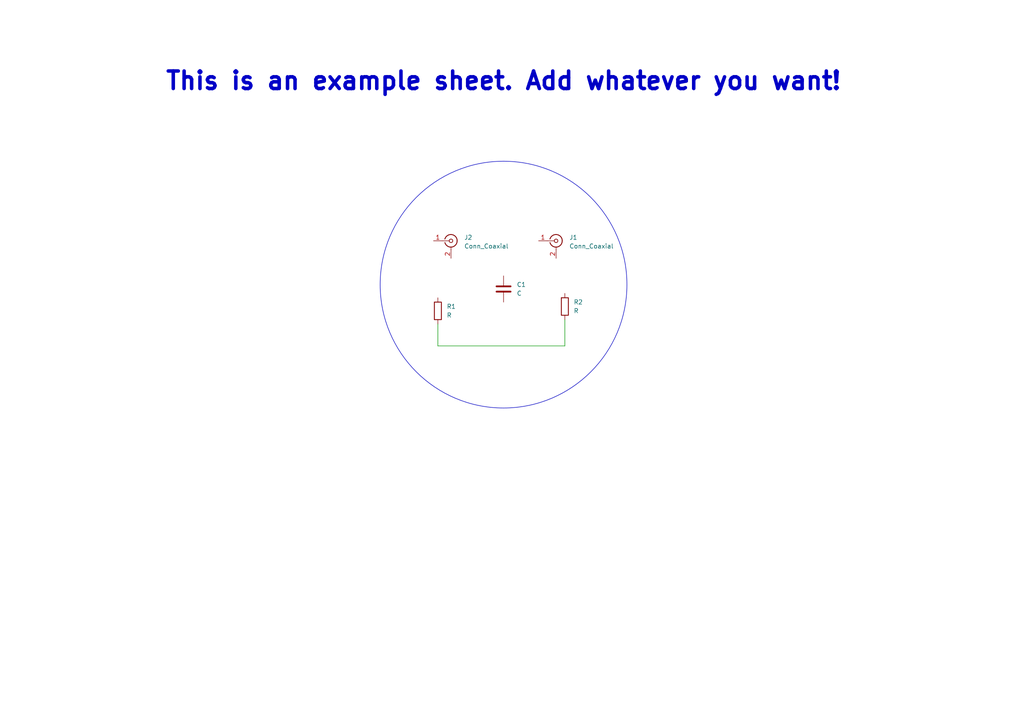
<source format=kicad_sch>
(kicad_sch (version 20250114) (generator "eeschema") (generator_version "9.0")
  (paper "A4")
  (lib_symbols
    (symbol "Connector:Conn_Coaxial" (pin_names (offset 1.016) (hide yes))
      (property "Reference" "J" (at 0.254 3.048 0))
      (property "Value" "Conn_Coaxial" (at 2.921 0 90))
      (symbol "Conn_Coaxial_0_1"
        (polyline (pts (xy -2.54 0) (xy -0.508 0)))
        (arc (start 1.778 0) (mid 0.222 -1.8079) (end -1.778 -0.508) (stroke (width 0.254)))
        (arc (start -1.778 0.508) (mid 0.2221 1.8084) (end 1.778 0) (stroke (width 0.254)))
        (circle (center 0 0) (radius 0.508) (stroke (width 0.2032)))
        (polyline (pts (xy 0 -2.54) (xy 0 -1.778)))
      )
      (symbol "Conn_Coaxial_1_1"
        (pin passive line (at -5.08 0 0) (length 2.54) (name "In") (number "1"))
        (pin passive line (at 0 -5.08 90) (length 2.54) (name "Ext") (number "2"))
      )
    )
    (symbol "Device:C" (pin_numbers (hide yes)) (pin_names (offset 0.254))
      (property "Reference" "C" (at 0.635 2.54 0))
      (property "Value" "C" (at 0.635 -2.54 0))
      (symbol "C_0_1"
        (polyline (pts (xy -2.032 0.762) (xy 2.032 0.762)) (stroke (width 0.508)))
        (polyline (pts (xy -2.032 -0.762) (xy 2.032 -0.762)) (stroke (width 0.508)))
      )
      (symbol "C_1_1"
        (pin passive line (at 0 3.81 270) (length 2.794) (name "~") (number "1"))
        (pin passive line (at 0 -3.81 90) (length 2.794) (name "~") (number "2"))
      )
    )
    (symbol "Device:R" (pin_numbers (hide yes)) (pin_names (offset 0))
      (property "Reference" "R" (at 2.032 0 90))
      (property "Value" "R" (at 0 0 90))
      (symbol "R_0_1"
        (rectangle (start -1.016 -2.54) (end 1.016 2.54) (stroke (width 0.254)))
      )
      (symbol "R_1_1"
        (pin passive line (at 0 3.81 270) (length 1.27) (name "~") (number "1"))
        (pin passive line (at 0 -3.81 90) (length 1.27) (name "~") (number "2"))
      )
    )
  )
  (circle (center 146.05 82.55) (radius 35.7861))
  (text "This is an example sheet. Add whatever you want!" (at 146.05 23.622 0) (effects (font (size 5.08 5.08) (thickness 1.016) (bold yes))))
  (wire (pts (xy 127 100.33) (xy 163.83 100.33)))
  (wire (pts (xy 163.83 100.33) (xy 163.83 92.71)))
  (wire (pts (xy 127 93.98) (xy 127 100.33)))
  (symbol (lib_id "Device:C") (at 146.05 83.82 0) (unit 1)
    (property "Reference" "C1" (at 149.86 82.5499 0) (effects (justify left)))
    (property "Value" "C" (at 149.86 85.0899 0) (effects (justify left)))
    (property "Description" "Unpolarized capacitor" (effects (hide yes)))
  )
  (symbol (lib_id "Connector:Conn_Coaxial") (at 161.29 69.85 0) (unit 1)
    (property "Reference" "J1" (at 165.1 68.8731 0) (effects (justify left)))
    (property "Value" "Conn_Coaxial" (at 165.1 71.4131 0) (effects (justify left)))
    (property "Description" "coaxial connector (BNC, SMA, SMB, SMC, Cinch/RCA, LEMO, ...)" (effects (hide yes)))
  )
  (symbol (lib_id "Connector:Conn_Coaxial") (at 130.81 69.85 0) (unit 1)
    (property "Reference" "J2" (at 134.62 68.8731 0) (effects (justify left)))
    (property "Value" "Conn_Coaxial" (at 134.62 71.4131 0) (effects (justify left)))
    (property "Description" "coaxial connector (BNC, SMA, SMB, SMC, Cinch/RCA, LEMO, ...)" (effects (hide yes)))
  )
  (symbol (lib_id "Device:R") (at 127 90.17 0) (unit 1)
    (property "Reference" "R1" (at 129.54 88.8999 0) (effects (justify left)))
    (property "Value" "R" (at 129.54 91.4399 0) (effects (justify left)))
    (property "Description" "Resistor" (effects (hide yes)))
  )
  (symbol (lib_id "Device:R") (at 163.83 88.9 0) (unit 1)
    (property "Reference" "R2" (at 166.37 87.6299 0) (effects (justify left)))
    (property "Value" "R" (at 166.37 90.1699 0) (effects (justify left)))
    (property "Description" "Resistor" (effects (hide yes)))
  )
)
</source>
